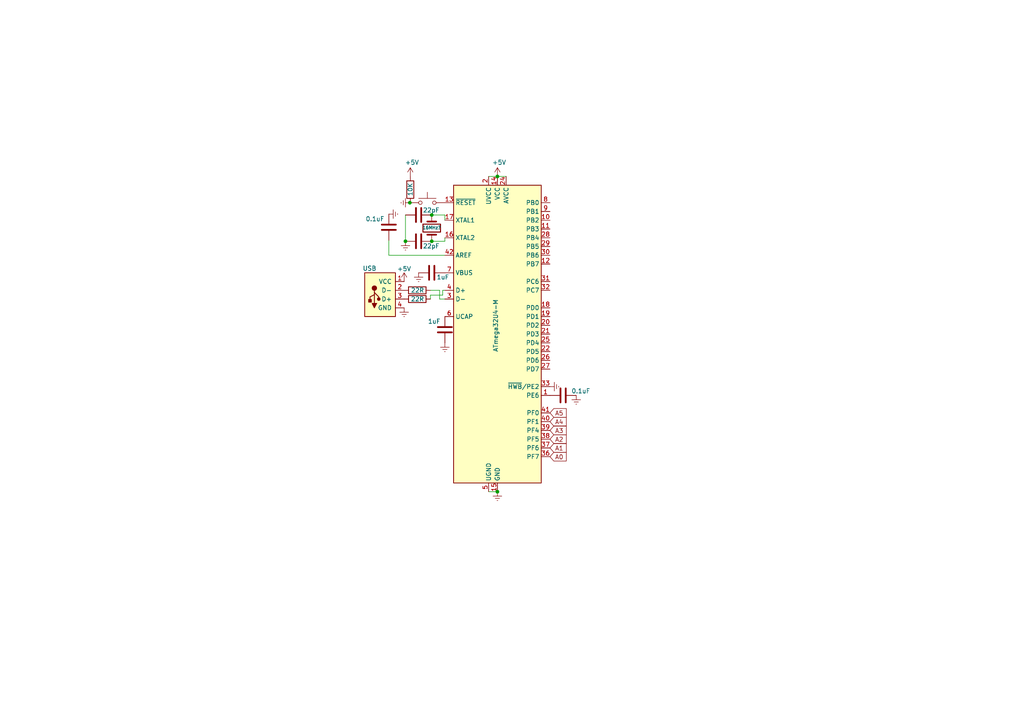
<source format=kicad_sch>
(kicad_sch (version 20211123) (generator eeschema)
  (paper "A4")
  (lib_symbols
    (symbol "Connector:USB_A" (pin_names (offset 1.016))
      (property "Value" "USB" (at 2.54 6.35 0))
      (symbol "USB_A_0_1"
        (rectangle (start -3.81 5.08) (end 5.08 -7.62) (stroke (width 0.254)) (fill (type background)))
        (rectangle (start -1.905 -3.429) (end -2.667 -2.667) (stroke (width 0.254)) (fill (type outline)))
        (circle (center -1.016 0.635) (radius 0.635) (stroke (width 0.254)) (fill (type outline)))
        (polyline (pts (xy -1.016 -0.635) (xy -1.016 -1.27) (xy -2.286 -1.905) (xy -2.286 -3.175)) (stroke (width 0.254)))
        (polyline (pts (xy -1.016 0) (xy -1.016 -0.635) (xy 0.254 -1.905) (xy 0.254 -2.54)) (stroke (width 0.254)))
        (polyline (pts (xy -0.381 -3.81) (xy -1.651 -3.81) (xy -1.016 -5.08) (xy -0.381 -3.81)) (stroke (width 0.254)) (fill (type outline)))
        (circle (center 0.254 -2.54) (radius 0.381) (stroke (width 0.254)) (fill (type outline)))
      )
      (symbol "USB_A_1_1"
        (polyline (pts (xy -1.016 -1.27) (xy -1.016 -3.81)) (stroke (width 0.254)))
        (pin power_in line (at 7.62 2.54 180) (length 2.54) (name "VCC") (number "1"))
        (pin bidirectional line (at 7.62 0 180) (length 2.54) (name "D-") (number "2"))
        (pin bidirectional line (at 7.62 -2.54 180) (length 2.54) (name "D+") (number "3"))
        (pin power_in line (at 7.62 -5.08 180) (length 2.54) (name "GND") (number "4"))
      )
    )
    (symbol "Device:C" (pin_numbers hide) (pin_names (offset 0.254))
      (property "Reference" "C" (at 0.635 2.54 0))
      (property "Value" "C" (at 0.635 -2.54 0))
      (symbol "C_0_1"
        (polyline (pts (xy -2.032 -0.762) (xy 2.032 -0.762)) (stroke (width 0.508)))
        (polyline (pts (xy -2.032 0.762) (xy 2.032 0.762)) (stroke (width 0.508)))
      )
      (symbol "C_1_1"
        (pin passive line (at 0 3.81 270) (length 2.794) (name "~") (number "1"))
        (pin passive line (at 0 -3.81 90) (length 2.794) (name "~") (number "2"))
      )
    )
    (symbol "Device:Crystal" (pin_numbers hide) (pin_names (offset 1.016) hide)
      (property "Reference" "Y" (at 0 3.81 0))
      (property "Value" "Crystal" (at 0 -3.81 0))
      (symbol "Crystal_0_1"
        (rectangle (start -1.143 2.54) (end 1.143 -2.54) (stroke (width 0.3048)))
        (polyline (pts (xy -2.54 0) (xy -1.905 0)))
        (polyline (pts (xy -1.905 -1.27) (xy -1.905 1.27)) (stroke (width 0.508)))
        (polyline (pts (xy 1.905 -1.27) (xy 1.905 1.27)) (stroke (width 0.508)))
        (polyline (pts (xy 2.54 0) (xy 1.905 0)))
      )
      (symbol "Crystal_1_1"
        (pin passive line (at -3.81 0 0) (length 1.27) (name "1") (number "1"))
        (pin passive line (at 3.81 0 180) (length 1.27) (name "2") (number "2"))
      )
    )
    (symbol "Device:R" (pin_numbers hide) (pin_names (offset 0))
      (property "Reference" "R" (at 2.032 0 90))
      (property "Value" "R" (at 0 0 90))
      (symbol "R_0_1"
        (rectangle (start -1.016 -2.54) (end 1.016 2.54) (stroke (width 0.254)))
      )
      (symbol "R_1_1"
        (pin passive line (at 0 3.81 270) (length 1.27) (name "~") (number "1"))
        (pin passive line (at 0 -3.81 90) (length 1.27) (name "~") (number "2"))
      )
    )
    (symbol "MCU_Microchip_ATmega:ATmega32U4-M"
      (property "Reference" "U" (at -12.7 44.45 0))
      (property "Value" "ATmega32U4-M" (at 2.54 -44.45 0))
      (symbol "ATmega32U4-M_0_1"
        (rectangle (start -12.7 -43.18) (end 12.7 43.18) (stroke (width 0.254)) (fill (type background)))
      )
      (symbol "ATmega32U4-M_1_1"
        (pin bidirectional line (at 15.24 -17.78 180) (length 2.54) (name "PE6") (number "1"))
        (pin bidirectional line (at 15.24 33.02 180) (length 2.54) (name "PB2") (number "10"))
        (pin bidirectional line (at 15.24 30.48 180) (length 2.54) (name "PB3") (number "11"))
        (pin bidirectional line (at 15.24 20.32 180) (length 2.54) (name "PB7") (number "12"))
        (pin input line (at -15.24 38.1 0) (length 2.54) (name "~{RESET}") (number "13"))
        (pin power_in line (at 0 45.72 270) (length 2.54) (name "VCC") (number "14"))
        (pin power_in line (at 0 -45.72 90) (length 2.54) (name "GND") (number "15"))
        (pin output line (at -15.24 27.94 0) (length 2.54) (name "XTAL2") (number "16"))
        (pin input line (at -15.24 33.02 0) (length 2.54) (name "XTAL1") (number "17"))
        (pin bidirectional line (at 15.24 7.62 180) (length 2.54) (name "PD0") (number "18"))
        (pin bidirectional line (at 15.24 5.08 180) (length 2.54) (name "PD1") (number "19"))
        (pin power_in line (at -2.54 45.72 270) (length 2.54) (name "UVCC") (number "2"))
        (pin bidirectional line (at 15.24 2.54 180) (length 2.54) (name "PD2") (number "20"))
        (pin bidirectional line (at 15.24 0 180) (length 2.54) (name "PD3") (number "21"))
        (pin bidirectional line (at 15.24 -5.08 180) (length 2.54) (name "PD5") (number "22"))
        (pin passive line (at 0 -45.72 90) (length 2.54) hide (name "GND") (number "23"))
        (pin power_in line (at 2.54 45.72 270) (length 2.54) (name "AVCC") (number "24"))
        (pin bidirectional line (at 15.24 -2.54 180) (length 2.54) (name "PD4") (number "25"))
        (pin bidirectional line (at 15.24 -7.62 180) (length 2.54) (name "PD6") (number "26"))
        (pin bidirectional line (at 15.24 -10.16 180) (length 2.54) (name "PD7") (number "27"))
        (pin bidirectional line (at 15.24 27.94 180) (length 2.54) (name "PB4") (number "28"))
        (pin bidirectional line (at 15.24 25.4 180) (length 2.54) (name "PB5") (number "29"))
        (pin bidirectional line (at -15.24 10.16 0) (length 2.54) (name "D-") (number "3"))
        (pin bidirectional line (at 15.24 22.86 180) (length 2.54) (name "PB6") (number "30"))
        (pin bidirectional line (at 15.24 15.24 180) (length 2.54) (name "PC6") (number "31"))
        (pin bidirectional line (at 15.24 12.7 180) (length 2.54) (name "PC7") (number "32"))
        (pin bidirectional line (at 15.24 -15.24 180) (length 2.54) (name "~{HWB}/PE2") (number "33"))
        (pin passive line (at 0 45.72 270) (length 2.54) hide (name "VCC") (number "34"))
        (pin passive line (at 0 -45.72 90) (length 2.54) hide (name "GND") (number "35"))
        (pin bidirectional line (at 15.24 -35.56 180) (length 2.54) (name "PF7") (number "36"))
        (pin bidirectional line (at 15.24 -33.02 180) (length 2.54) (name "PF6") (number "37"))
        (pin bidirectional line (at 15.24 -30.48 180) (length 2.54) (name "PF5") (number "38"))
        (pin bidirectional line (at 15.24 -27.94 180) (length 2.54) (name "PF4") (number "39"))
        (pin bidirectional line (at -15.24 12.7 0) (length 2.54) (name "D+") (number "4"))
        (pin bidirectional line (at 15.24 -25.4 180) (length 2.54) (name "PF1") (number "40"))
        (pin bidirectional line (at 15.24 -22.86 180) (length 2.54) (name "PF0") (number "41"))
        (pin passive line (at -15.24 22.86 0) (length 2.54) (name "AREF") (number "42"))
        (pin passive line (at 0 -45.72 90) (length 2.54) hide (name "GND") (number "43"))
        (pin passive line (at 2.54 45.72 270) (length 2.54) hide (name "AVCC") (number "44"))
        (pin passive line (at 0 -45.72 90) (length 2.54) hide (name "GND") (number "45"))
        (pin passive line (at -2.54 -45.72 90) (length 2.54) (name "UGND") (number "5"))
        (pin passive line (at -15.24 5.08 0) (length 2.54) (name "UCAP") (number "6"))
        (pin input line (at -15.24 17.78 0) (length 2.54) (name "VBUS") (number "7"))
        (pin bidirectional line (at 15.24 38.1 180) (length 2.54) (name "PB0") (number "8"))
        (pin bidirectional line (at 15.24 35.56 180) (length 2.54) (name "PB1") (number "9"))
      )
    )
    (symbol "Switch:SW_Push" (pin_numbers hide) (pin_names (offset 1.016) hide)
      (property "Reference" "SW" (at 1.27 2.54 0))
      (property "Value" "SW_Push" (at 0 -1.524 0))
      (symbol "SW_Push_0_1"
        (circle (center -2.032 0) (radius 0.508))
        (polyline (pts (xy 0 1.27) (xy 0 3.048)))
        (polyline (pts (xy 2.54 1.27) (xy -2.54 1.27)))
        (circle (center 2.032 0) (radius 0.508))
        (pin passive line (at -5.08 0 0) (length 2.54) (name "1") (number "1"))
        (pin passive line (at 5.08 0 180) (length 2.54) (name "2") (number "2"))
      )
    )
    (symbol "power:+5V" (power) (pin_names (offset 0))
      (property "Value" "+5V" (at 0 3.556 0))
      (symbol "+5V_0_1"
        (polyline (pts (xy -0.762 1.27) (xy 0 2.54)))
        (polyline (pts (xy 0 0) (xy 0 2.54)))
        (polyline (pts (xy 0 2.54) (xy 0.762 1.27)))
      )
      (symbol "+5V_1_1"
        (pin power_in line (at 0 0 90) (length 0) hide (name "+5V") (number "1"))
      )
    )
    (symbol "power:Earth" (power) (pin_names (offset 0))
      (symbol "Earth_0_1"
        (polyline (pts (xy -0.635 -1.905) (xy 0.635 -1.905)))
        (polyline (pts (xy -0.127 -2.54) (xy 0.127 -2.54)))
        (polyline (pts (xy 0 -1.27) (xy 0 0)))
        (polyline (pts (xy 1.27 -1.27) (xy -1.27 -1.27)))
      )
      (symbol "Earth_1_1"
        (pin power_in line (at 0 0 270) (length 0) hide (name "Earth") (number "1"))
      )
    )
  )
  (junction (at 144.272 51.181))
  (junction (at 125.222 69.977))
  (junction (at 117.602 69.977))
  (junction (at 144.272 142.621))
  (junction (at 118.872 58.801))
  (junction (at 125.222 62.357))
  (wire (pts (xy 127.508 84.201) (xy 127.508 86.741)))
  (wire (pts (xy 129.032 74.041) (xy 112.776 74.041)))
  (wire (pts (xy 129.032 62.357) (xy 125.222 62.357)))
  (wire (pts (xy 124.841 85.598) (xy 124.841 86.741)))
  (wire (pts (xy 129.032 63.881) (xy 129.032 62.357)))
  (wire (pts (xy 127.508 84.201) (xy 124.841 84.201)))
  (wire (pts (xy 112.776 69.723) (xy 112.776 74.041)))
  (wire (pts (xy 128.397 85.598) (xy 124.841 85.598)))
  (wire (pts (xy 141.732 51.181) (xy 144.272 51.181)))
  (wire (pts (xy 129.032 68.961) (xy 129.032 69.977)))
  (wire (pts (xy 129.032 86.741) (xy 127.508 86.741)))
  (wire (pts (xy 141.732 142.621) (xy 144.272 142.621)))
  (wire (pts (xy 128.397 84.201) (xy 128.397 85.598)))
  (wire (pts (xy 118.999 58.801) (xy 118.872 58.801)))
  (wire (pts (xy 144.272 51.181) (xy 146.812 51.181)))
  (wire (pts (xy 129.032 84.201) (xy 128.397 84.201)))
  (wire (pts (xy 129.032 69.977) (xy 125.222 69.977)))
  (wire (pts (xy 117.602 69.977) (xy 117.602 62.357)))
  (global_label "A2" (shape input) (at 159.512 127.381 0) (property "Intersheet References" "${INTERSHEET_REFS}" (effects hide)))
  (global_label "A3" (shape input) (at 159.512 124.841 0) (property "Intersheet References" "${INTERSHEET_REFS}" (effects hide)))
  (global_label "A1" (shape input) (at 159.512 129.921 0) (property "Intersheet References" "${INTERSHEET_REFS}" (effects hide)))
  (global_label "A4" (shape input) (at 159.512 122.301 0) (property "Intersheet References" "${INTERSHEET_REFS}" (effects hide)))
  (global_label "A0" (shape input) (at 159.512 132.461 0) (property "Intersheet References" "${INTERSHEET_REFS}" (effects hide)))
  (global_label "A5" (shape input) (at 159.512 119.761 0) (property "Intersheet References" "${INTERSHEET_REFS}" (effects hide)))
  (symbol (lib_id "power:Earth") (at 121.412 79.121 0) (unit 1)
    (property "Reference" "#PWR?" (effects hide))
    (property "Value" "Earth" (effects hide))
  )
  (symbol (lib_id "power:+5V") (at 144.272 51.181 0) (unit 1)
    (property "Reference" "#PWR?" (effects hide))
    (property "Value" "+5V" (at 144.78 47.117 0))
  )
  (symbol (lib_id "power:Earth") (at 129.032 99.441 0) (unit 1)
    (property "Reference" "#PWR?" (effects hide))
    (property "Value" "Earth" (effects hide))
  )
  (symbol (lib_id "power:Earth") (at 144.272 142.621 0) (unit 1)
    (property "Reference" "#PWR?" (effects hide))
    (property "Value" "Earth" (effects hide))
  )
  (symbol (lib_id "Connector:USB_A") (at 109.601 84.201 0) (unit 1)
    (property "Reference" "J?" (effects hide))
    (property "Value" "USB" (at 107.188 77.851 0))
    (property "Datasheet" " ~" (effects hide))
  )
  (symbol (lib_id "Device:C") (at 121.412 62.357 90) (mirror x) (unit 1)
    (property "Reference" "C?" (effects hide))
    (property "Value" "22pF" (at 127.508 60.96 90) (effects (justify left)))
  )
  (symbol (lib_id "power:Earth") (at 159.512 112.141 90) (mirror x) (unit 1)
    (property "Reference" "#PWR?" (effects hide))
    (property "Value" "Earth" (effects hide))
  )
  (symbol (lib_id "Device:Crystal") (at 125.222 66.167 90) (mirror x) (unit 1)
    (property "Reference" "16MHz?" (at 125.222 66.04 90) (effects (font (size 0.9 0.9))))
    (property "Value" "Crystal" (effects hide))
  )
  (symbol (lib_id "Device:R") (at 118.999 54.991 0) (unit 1)
    (property "Reference" "R?" (effects hide))
    (property "Value" "10K" (at 118.999 56.896 90) (effects (justify left)))
  )
  (symbol (lib_id "power:+5V") (at 118.999 51.181 0) (unit 1)
    (property "Reference" "#PWR?" (effects hide))
    (property "Value" "+5V" (at 119.507 47.117 0))
  )
  (symbol (lib_id "power:Earth") (at 117.221 89.281 0) (mirror y) (unit 1)
    (property "Reference" "#PWR?" (effects hide))
    (property "Value" "Earth" (effects hide))
  )
  (symbol (lib_id "Device:C") (at 125.222 79.121 270) (mirror x) (unit 1)
    (property "Reference" "C?" (effects hide))
    (property "Value" "1uF" (at 126.619 80.391 90) (effects (justify left)))
  )
  (symbol (lib_id "power:Earth") (at 118.872 58.801 270) (mirror x) (unit 1)
    (property "Reference" "#PWR?" (effects hide))
    (property "Value" "Earth" (effects hide))
  )
  (symbol (lib_id "power:Earth") (at 112.776 62.103 90) (mirror x) (unit 1)
    (property "Reference" "#PWR?" (effects hide))
    (property "Value" "Earth" (effects hide))
  )
  (symbol (lib_id "Device:R") (at 121.031 84.201 270) (unit 1)
    (property "Reference" "R?" (effects hide))
    (property "Value" "22R" (at 119.126 84.201 90) (effects (justify left)))
  )
  (symbol (lib_id "Device:C") (at 112.776 65.913 0) (mirror y) (unit 1)
    (property "Reference" "C?" (effects hide))
    (property "Value" "0.1uF" (at 111.506 63.5 0) (effects (justify left)))
  )
  (symbol (lib_id "power:Earth") (at 117.602 69.977 0) (mirror y) (unit 1)
    (property "Reference" "#PWR?" (effects hide))
    (property "Value" "Earth" (effects hide))
  )
  (symbol (lib_id "Device:C") (at 121.412 69.977 90) (mirror x) (unit 1)
    (property "Reference" "C?" (effects hide))
    (property "Value" "22pF" (at 127.508 71.374 90) (effects (justify left)))
  )
  (symbol (lib_id "Device:C") (at 129.032 95.631 0) (mirror y) (unit 1)
    (property "Reference" "C?" (effects hide))
    (property "Value" "1uF" (at 127.762 93.218 0) (effects (justify left)))
  )
  (symbol (lib_id "MCU_Microchip_ATmega:ATmega32U4-M") (at 144.272 96.901 0) (unit 1)
    (property "Reference" "U?" (effects hide))
    (property "Value" "ATmega32U4-M" (at 143.764 102.108 90) (effects (justify left)))
    (property "Footprint" "Package_DFN_QFN:QFN-44-1EP_7x7mm_P0.5mm_EP5.2x5.2mm" (effects hide))
    (property "Datasheet" "http://ww1.microchip.com/downloads/en/DeviceDoc/Atmel-7766-8-bit-AVR-ATmega16U4-32U4_Datasheet.pdf" (effects hide))
  )
  (symbol (lib_id "Switch:SW_Push") (at 123.952 58.801 0) (unit 1)
    (property "Reference" "SW?" (effects hide))
    (property "Value" "SW_Push" (effects hide))
  )
  (symbol (lib_id "power:Earth") (at 167.132 114.681 0) (mirror y) (unit 1)
    (property "Reference" "#PWR?" (effects hide))
    (property "Value" "Earth" (effects hide))
  )
  (symbol (lib_id "Device:C") (at 163.322 114.681 270) (mirror x) (unit 1)
    (property "Reference" "C?" (effects hide))
    (property "Value" "0.1uF" (at 165.735 113.411 90) (effects (justify left)))
  )
  (symbol (lib_id "power:+5V") (at 117.221 81.661 0) (unit 1)
    (property "Reference" "#PWR?" (effects hide))
    (property "Value" "+5V" (at 117.221 77.978 0))
  )
  (symbol (lib_id "Device:R") (at 121.031 86.741 270) (unit 1)
    (property "Reference" "R?" (effects hide))
    (property "Value" "22R" (at 119.126 86.741 90) (effects (justify left)))
  )
)
</source>
